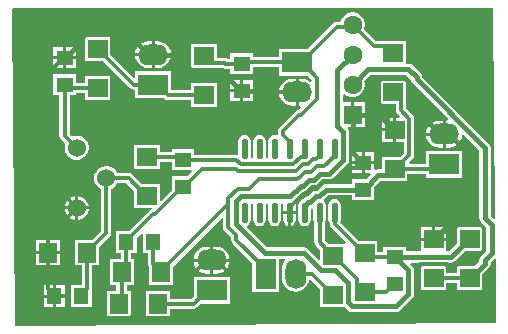
<source format=gtl>
G04*
G04 #@! TF.GenerationSoftware,Altium Limited,Altium Designer,23.11.1 (41)*
G04*
G04 Layer_Physical_Order=1*
G04 Layer_Color=255*
%FSLAX44Y44*%
%MOMM*%
G71*
G04*
G04 #@! TF.SameCoordinates,9B078A48-8F01-46FD-BB7B-D1DAEF03546D*
G04*
G04*
G04 #@! TF.FilePolarity,Positive*
G04*
G01*
G75*
%ADD17R,1.6510X1.5240*%
%ADD18R,1.3970X1.2700*%
%ADD19R,1.2700X1.3970*%
%ADD20R,1.5240X1.6510*%
%ADD21O,0.5500X1.8000*%
%ADD34C,0.4400*%
%ADD35C,0.3400*%
%ADD36O,2.5400X1.7780*%
%ADD37R,2.5400X1.7780*%
%ADD38C,1.5240*%
%ADD39C,1.6000*%
%ADD40R,1.6000X1.6000*%
%ADD41O,1.7780X2.5400*%
%ADD42R,1.7780X2.5400*%
G36*
X411831Y95005D02*
X410660Y94513D01*
X407718Y97456D01*
Y154871D01*
X407350Y156720D01*
X406302Y158288D01*
X349810Y214781D01*
X349520Y216237D01*
X348472Y217805D01*
X341630Y224647D01*
X340062Y225695D01*
X338213Y226063D01*
X335915D01*
Y245110D01*
X319618D01*
X319200Y245193D01*
X310831D01*
X300728Y255296D01*
X301370Y257692D01*
Y260468D01*
X300652Y263148D01*
X299264Y265552D01*
X297302Y267514D01*
X294898Y268902D01*
X292218Y269620D01*
X289442D01*
X286762Y268902D01*
X284358Y267514D01*
X282396Y265552D01*
X281008Y263148D01*
X280629Y261733D01*
X277730D01*
X276076Y261404D01*
X274673Y260467D01*
X252966Y238760D01*
X228600D01*
Y231653D01*
X206375D01*
Y234950D01*
X187325D01*
Y230383D01*
X184473D01*
X184322Y230484D01*
X182668Y230813D01*
X175895D01*
Y242570D01*
X154305D01*
Y222250D01*
X170602D01*
X171020Y222167D01*
X181292D01*
X181443Y222066D01*
X183097Y221737D01*
X187325D01*
Y217170D01*
X206375D01*
Y223007D01*
X228600D01*
Y215900D01*
X252966D01*
X256457Y212409D01*
Y211180D01*
X255187Y210554D01*
X253414Y211914D01*
X250634Y213066D01*
X247650Y213459D01*
X245110D01*
Y201930D01*
Y190401D01*
X246780D01*
X247306Y189131D01*
X244848Y186673D01*
X244222Y186548D01*
X242819Y185611D01*
X228882Y171674D01*
X227945Y170272D01*
X227616Y168617D01*
Y166251D01*
X227401Y165964D01*
X226770Y165461D01*
X226417Y165320D01*
X224790Y165644D01*
X222726Y165233D01*
X220976Y164064D01*
X219807Y162314D01*
X219396Y160250D01*
Y147750D01*
X219604Y146706D01*
X218755Y145617D01*
X218125D01*
X217276Y146706D01*
X217484Y147750D01*
Y160250D01*
X217073Y162314D01*
X215904Y164064D01*
X214154Y165233D01*
X212090Y165644D01*
X210026Y165233D01*
X208276Y164064D01*
X207107Y162314D01*
X206696Y160250D01*
Y147750D01*
X206904Y146706D01*
X206055Y145617D01*
X205425D01*
X204576Y146706D01*
X204784Y147750D01*
Y160250D01*
X204373Y162314D01*
X203204Y164064D01*
X201454Y165233D01*
X199390Y165644D01*
X197326Y165233D01*
X195576Y164064D01*
X194407Y162314D01*
X193996Y160250D01*
Y149801D01*
X193015Y148996D01*
X192475Y149103D01*
X156845D01*
Y153670D01*
X137795D01*
Y151643D01*
X127635D01*
Y157480D01*
X106045D01*
Y137160D01*
X127635D01*
Y142997D01*
X137795D01*
Y135890D01*
X154152D01*
X154638Y134717D01*
X150731Y130810D01*
X137795D01*
Y119144D01*
X128808Y110157D01*
X127635Y110643D01*
Y124460D01*
X112159D01*
X104276Y132343D01*
X102873Y133280D01*
X101219Y133609D01*
X91532D01*
X90426Y135524D01*
X88534Y137416D01*
X86218Y138754D01*
X83634Y139446D01*
X80958D01*
X78374Y138754D01*
X76058Y137416D01*
X74166Y135524D01*
X72828Y133208D01*
X72136Y130624D01*
Y127948D01*
X72828Y125364D01*
X74166Y123048D01*
X76058Y121156D01*
X77973Y120050D01*
Y84722D01*
X70086Y76835D01*
X55880D01*
Y55245D01*
X61717D01*
Y38735D01*
X52070D01*
Y19685D01*
X69850D01*
Y32995D01*
X70034Y33271D01*
X70363Y34925D01*
Y55245D01*
X76200D01*
Y70721D01*
X85353Y79874D01*
X86290Y81277D01*
X86619Y82931D01*
Y120050D01*
X88534Y121156D01*
X90426Y123048D01*
X91532Y124963D01*
X99428D01*
X106045Y118346D01*
Y104140D01*
X121129D01*
X121254Y102870D01*
X120583Y102737D01*
X119181Y101799D01*
X101836Y84455D01*
X90170D01*
Y65405D01*
X94737D01*
Y60325D01*
X85090D01*
Y38735D01*
X90927D01*
Y33655D01*
X82550D01*
Y12065D01*
X102870D01*
Y33655D01*
X99573D01*
Y38735D01*
X105410D01*
Y60325D01*
X103383D01*
Y65405D01*
X107950D01*
Y78341D01*
X111857Y82248D01*
X113030Y81762D01*
Y65405D01*
X117597D01*
Y56515D01*
X117926Y54861D01*
X118110Y54585D01*
Y38735D01*
X138430D01*
Y54211D01*
X179964Y95745D01*
X181137Y95259D01*
Y87980D01*
X181466Y86326D01*
X182403Y84923D01*
X188077Y79250D01*
Y76840D01*
X188406Y75186D01*
X189343Y73783D01*
X205740Y57386D01*
Y33020D01*
X228600D01*
Y60867D01*
X233312D01*
X233939Y59597D01*
X232586Y57834D01*
X231434Y55054D01*
X231041Y52070D01*
Y44450D01*
X231434Y41466D01*
X232586Y38686D01*
X234418Y36298D01*
X236806Y34466D01*
X239586Y33314D01*
X242570Y32921D01*
X245554Y33314D01*
X248334Y34466D01*
X250722Y36298D01*
X252554Y38686D01*
X253706Y41466D01*
X253906Y42984D01*
X255247Y43440D01*
X263525Y35161D01*
Y20320D01*
X284277D01*
X287354Y17243D01*
X288922Y16195D01*
X290772Y15827D01*
X327718D01*
X329568Y16195D01*
X331136Y17243D01*
X341532Y27639D01*
X342580Y29207D01*
X342948Y31057D01*
Y51140D01*
X342580Y52990D01*
X341532Y54557D01*
X339866Y56224D01*
X340352Y57397D01*
X346211D01*
X348061Y57765D01*
X348288Y57917D01*
X370532D01*
X370759Y57765D01*
X372609Y57397D01*
X374015D01*
X375864Y57765D01*
X377432Y58813D01*
X385930Y67310D01*
X400685D01*
Y87630D01*
X379095D01*
Y74145D01*
X372459Y67509D01*
X372089Y67583D01*
X370205D01*
Y76200D01*
X359410D01*
X348615D01*
Y67583D01*
X346731D01*
X344882Y67215D01*
X344654Y67063D01*
X335915D01*
Y71120D01*
X316865D01*
Y66553D01*
X311785D01*
Y76200D01*
X296309D01*
X280614Y91894D01*
X280984Y93750D01*
Y106250D01*
X280573Y108314D01*
X279404Y110064D01*
X277654Y111233D01*
X275590Y111644D01*
X273526Y111233D01*
X271776Y110064D01*
X270607Y108314D01*
X270196Y106250D01*
Y93750D01*
X270607Y91686D01*
X271756Y89967D01*
X271998Y88749D01*
X272935Y87346D01*
X285518Y74763D01*
X284825Y73660D01*
X270274D01*
X267213Y76721D01*
Y90698D01*
X267873Y91686D01*
X268284Y93750D01*
Y106250D01*
X267873Y108314D01*
X266704Y110064D01*
X266610Y111020D01*
X270137Y114547D01*
X290195D01*
Y110490D01*
X309245D01*
Y121435D01*
X314717Y126907D01*
X321605D01*
X322072Y127000D01*
X337185D01*
Y132837D01*
X353060D01*
Y129540D01*
X383540D01*
Y152400D01*
X353060D01*
Y141483D01*
X339121D01*
X338635Y142656D01*
X341942Y145963D01*
X342879Y147366D01*
X343208Y149020D01*
Y179556D01*
X342879Y181211D01*
X341942Y182613D01*
X335998Y188557D01*
Y196010D01*
X335915Y196427D01*
Y212090D01*
X314325D01*
Y191770D01*
X327352D01*
Y186766D01*
X327681Y185112D01*
X328618Y183709D01*
X330814Y181513D01*
X330328Y180340D01*
X327660D01*
Y170180D01*
Y160020D01*
X334562D01*
Y150811D01*
X331071Y147320D01*
X315595D01*
Y136573D01*
X312715D01*
X310865Y136205D01*
X310515Y135971D01*
X309245Y136650D01*
Y140970D01*
X300990D01*
Y133350D01*
X305831D01*
X306317Y132177D01*
X302410Y128270D01*
X290195D01*
Y124213D01*
X268135D01*
X266286Y123845D01*
X264718Y122797D01*
X260494Y118573D01*
X259788D01*
X257938Y118205D01*
X256370Y117157D01*
X253058Y113845D01*
X251448Y113525D01*
X249880Y112477D01*
X248763Y111360D01*
X248126Y111233D01*
X246376Y110064D01*
X245207Y108314D01*
X244796Y106250D01*
Y93750D01*
X245207Y91686D01*
X246376Y89936D01*
X248126Y88767D01*
X250190Y88356D01*
X252254Y88767D01*
X254004Y89936D01*
X255173Y91686D01*
X255584Y93750D01*
Y103348D01*
X256297Y103716D01*
X257496Y102946D01*
Y93750D01*
X257907Y91686D01*
X258567Y90698D01*
Y74930D01*
X258896Y73276D01*
X259833Y71873D01*
X263525Y68181D01*
Y60211D01*
X262352Y59725D01*
X252959Y69117D01*
X251391Y70165D01*
X249542Y70533D01*
X218850D01*
X201752Y87630D01*
X202028Y89150D01*
X203204Y89936D01*
X204373Y91686D01*
X204784Y93750D01*
Y106250D01*
X204569Y107331D01*
X205412Y108396D01*
X206057Y108379D01*
X206900Y107276D01*
X206696Y106250D01*
Y93750D01*
X207107Y91686D01*
X208276Y89936D01*
X210026Y88767D01*
X212090Y88356D01*
X214154Y88767D01*
X215904Y89936D01*
X217073Y91686D01*
X217484Y93750D01*
Y106250D01*
X217281Y107269D01*
X218135Y108362D01*
X218745D01*
X219599Y107269D01*
X219396Y106250D01*
Y93750D01*
X219807Y91686D01*
X220976Y89936D01*
X222726Y88767D01*
X224790Y88356D01*
X226854Y88767D01*
X228604Y89936D01*
X229773Y91686D01*
X230184Y93750D01*
Y106250D01*
X229981Y107269D01*
X230835Y108362D01*
X231445D01*
X232299Y107269D01*
X232096Y106250D01*
Y101270D01*
X242884D01*
Y106250D01*
X242473Y108314D01*
X241304Y110064D01*
X242084Y111009D01*
X248353Y117278D01*
X248674Y117342D01*
X249237Y117718D01*
X250530Y117975D01*
X252098Y119023D01*
X256123Y123047D01*
X258420D01*
X260270Y123415D01*
X261838Y124463D01*
X265302Y127927D01*
X271192D01*
X273042Y128295D01*
X274610Y129343D01*
X286497Y141230D01*
X287545Y142798D01*
X287913Y144648D01*
Y167927D01*
X287545Y169776D01*
X286680Y171070D01*
X287119Y172340D01*
X289560D01*
Y182880D01*
Y193420D01*
X282923D01*
Y199622D01*
X284096Y200108D01*
X284358Y199846D01*
X286762Y198458D01*
X289442Y197740D01*
X292218D01*
X294898Y198458D01*
X297302Y199846D01*
X299264Y201808D01*
X300652Y204212D01*
X301370Y206892D01*
Y209668D01*
X300880Y211495D01*
X305782Y216397D01*
X336211D01*
X340300Y212308D01*
X340590Y210851D01*
X341638Y209283D01*
X371752Y179169D01*
X371226Y177899D01*
X369570D01*
Y166370D01*
Y154841D01*
X372110D01*
X375094Y155234D01*
X377874Y156386D01*
X380262Y158218D01*
X382094Y160606D01*
X383246Y163386D01*
X383536Y165589D01*
X384877Y166044D01*
X398052Y152869D01*
Y95454D01*
X398420Y93604D01*
X399468Y92036D01*
X403992Y87512D01*
Y67428D01*
X399468Y62904D01*
X398420Y61336D01*
X398052Y59486D01*
Y58812D01*
X393850Y54610D01*
X379095D01*
Y48773D01*
X370205D01*
Y54610D01*
X348615D01*
Y34290D01*
X370205D01*
Y40127D01*
X379095D01*
Y34290D01*
X400685D01*
Y47775D01*
X406302Y53393D01*
X407350Y54960D01*
X407718Y56810D01*
Y57484D01*
X410974Y60741D01*
X412150Y60260D01*
X412636Y7277D01*
X411745Y6372D01*
X5092Y3900D01*
X2631Y272089D01*
X3525Y272991D01*
X410198D01*
X411831Y95005D01*
D02*
G37*
%LPC*%
G36*
X125730Y245209D02*
X123190D01*
Y234950D01*
X137091D01*
X136866Y236664D01*
X135714Y239444D01*
X133882Y241832D01*
X131494Y243664D01*
X128714Y244816D01*
X125730Y245209D01*
D02*
G37*
G36*
X120650D02*
X118110D01*
X115126Y244816D01*
X112346Y243664D01*
X109958Y241832D01*
X108126Y239444D01*
X106974Y236664D01*
X106749Y234950D01*
X120650D01*
Y245209D01*
D02*
G37*
G36*
X56515Y240030D02*
X48260D01*
Y232410D01*
X56515D01*
Y240030D01*
D02*
G37*
G36*
X45720D02*
X37465D01*
Y232410D01*
X45720D01*
Y240030D01*
D02*
G37*
G36*
X56515Y229870D02*
X48260D01*
Y222250D01*
X56515D01*
Y229870D01*
D02*
G37*
G36*
X45720D02*
X37465D01*
Y222250D01*
X45720D01*
Y229870D01*
D02*
G37*
G36*
X137091Y232410D02*
X123190D01*
Y222151D01*
X125730D01*
X128714Y222544D01*
X131494Y223696D01*
X133882Y225528D01*
X135714Y227916D01*
X136866Y230696D01*
X137091Y232410D01*
D02*
G37*
G36*
X120650D02*
X106749D01*
X106974Y230696D01*
X108126Y227916D01*
X109958Y225528D01*
X112346Y223696D01*
X115126Y222544D01*
X118110Y222151D01*
X120650D01*
Y232410D01*
D02*
G37*
G36*
X206375Y212090D02*
X198120D01*
Y204470D01*
X206375D01*
Y212090D01*
D02*
G37*
G36*
X195580D02*
X187325D01*
Y204470D01*
X195580D01*
Y212090D01*
D02*
G37*
G36*
X242570Y213459D02*
X240030D01*
X237046Y213066D01*
X234266Y211914D01*
X231878Y210082D01*
X230046Y207694D01*
X228894Y204914D01*
X228669Y203200D01*
X242570D01*
Y213459D01*
D02*
G37*
G36*
X56515Y217170D02*
X37465D01*
Y199390D01*
X42667D01*
Y165100D01*
X42996Y163446D01*
X43933Y162043D01*
X47562Y158414D01*
X46990Y156278D01*
Y153602D01*
X47682Y151018D01*
X49020Y148702D01*
X50912Y146810D01*
X53228Y145472D01*
X55812Y144780D01*
X58488D01*
X61072Y145472D01*
X63388Y146810D01*
X65280Y148702D01*
X66618Y151018D01*
X67310Y153602D01*
Y156278D01*
X66618Y158862D01*
X65280Y161178D01*
X63388Y163070D01*
X61072Y164408D01*
X58488Y165100D01*
X55812D01*
X53676Y164528D01*
X51313Y166891D01*
Y199390D01*
X56515D01*
Y201417D01*
X64135D01*
Y195580D01*
X85725D01*
Y215900D01*
X64135D01*
Y210063D01*
X56515D01*
Y217170D01*
D02*
G37*
G36*
X206375Y201930D02*
X198120D01*
Y194310D01*
X206375D01*
Y201930D01*
D02*
G37*
G36*
X195580D02*
X187325D01*
Y194310D01*
X195580D01*
Y201930D01*
D02*
G37*
G36*
X242570Y200660D02*
X228669D01*
X228894Y198946D01*
X230046Y196166D01*
X231878Y193778D01*
X234266Y191946D01*
X237046Y190794D01*
X240030Y190401D01*
X242570D01*
Y200660D01*
D02*
G37*
G36*
X85725Y248920D02*
X64135D01*
Y228600D01*
X78976D01*
X102353Y205223D01*
X103756Y204286D01*
X105410Y203957D01*
X106680D01*
Y196850D01*
X131046D01*
X131563Y196333D01*
X132966Y195396D01*
X134620Y195067D01*
X154305D01*
Y189230D01*
X175895D01*
Y209550D01*
X154305D01*
Y203713D01*
X137160D01*
Y219710D01*
X106680D01*
Y214783D01*
X105507Y214297D01*
X85725Y234079D01*
Y248920D01*
D02*
G37*
G36*
X301370Y193420D02*
X292100D01*
Y184150D01*
X301370D01*
Y193420D01*
D02*
G37*
G36*
Y181610D02*
X292100D01*
Y172340D01*
X301370D01*
Y181610D01*
D02*
G37*
G36*
X325120Y180340D02*
X315595D01*
Y171450D01*
X325120D01*
Y180340D01*
D02*
G37*
G36*
X367030Y177899D02*
X364490D01*
X361506Y177506D01*
X358726Y176354D01*
X356338Y174522D01*
X354506Y172134D01*
X353354Y169354D01*
X353129Y167640D01*
X367030D01*
Y177899D01*
D02*
G37*
G36*
X325120Y168910D02*
X315595D01*
Y160020D01*
X325120D01*
Y168910D01*
D02*
G37*
G36*
X367030Y165100D02*
X353129D01*
X353354Y163386D01*
X354506Y160606D01*
X356338Y158218D01*
X358726Y156386D01*
X361506Y155234D01*
X364490Y154841D01*
X367030D01*
Y165100D01*
D02*
G37*
G36*
X309245Y151130D02*
X300990D01*
Y143510D01*
X309245D01*
Y151130D01*
D02*
G37*
G36*
X298450D02*
X290195D01*
Y143510D01*
X298450D01*
Y151130D01*
D02*
G37*
G36*
Y140970D02*
X290195D01*
Y133350D01*
X298450D01*
Y140970D01*
D02*
G37*
G36*
X58742Y114046D02*
X58674D01*
Y105156D01*
X67564D01*
Y105224D01*
X66872Y107808D01*
X65534Y110124D01*
X63642Y112016D01*
X61326Y113354D01*
X58742Y114046D01*
D02*
G37*
G36*
X56134D02*
X56066D01*
X53482Y113354D01*
X51166Y112016D01*
X49274Y110124D01*
X47936Y107808D01*
X47244Y105224D01*
Y105156D01*
X56134D01*
Y114046D01*
D02*
G37*
G36*
X67564Y102616D02*
X58674D01*
Y93726D01*
X58742D01*
X61326Y94418D01*
X63642Y95756D01*
X65534Y97648D01*
X66872Y99964D01*
X67564Y102548D01*
Y102616D01*
D02*
G37*
G36*
X56134D02*
X47244D01*
Y102548D01*
X47936Y99964D01*
X49274Y97648D01*
X51166Y95756D01*
X53482Y94418D01*
X56066Y93726D01*
X56134D01*
Y102616D01*
D02*
G37*
G36*
X242884Y98730D02*
X238760D01*
Y88609D01*
X239554Y88767D01*
X241304Y89936D01*
X242473Y91686D01*
X242884Y93750D01*
Y98730D01*
D02*
G37*
G36*
X236220D02*
X232096D01*
Y93750D01*
X232507Y91686D01*
X233676Y89936D01*
X235426Y88767D01*
X236220Y88609D01*
Y98730D01*
D02*
G37*
G36*
X370205Y87630D02*
X360680D01*
Y78740D01*
X370205D01*
Y87630D01*
D02*
G37*
G36*
X358140D02*
X348615D01*
Y78740D01*
X358140D01*
Y87630D01*
D02*
G37*
G36*
X43180Y76835D02*
X34290D01*
Y67310D01*
X43180D01*
Y76835D01*
D02*
G37*
G36*
X31750D02*
X22860D01*
Y67310D01*
X31750D01*
Y76835D01*
D02*
G37*
G36*
X175260Y71219D02*
X172720D01*
Y60960D01*
X186621D01*
X186396Y62674D01*
X185244Y65454D01*
X183412Y67842D01*
X181024Y69674D01*
X178244Y70826D01*
X175260Y71219D01*
D02*
G37*
G36*
X170180D02*
X167640D01*
X164656Y70826D01*
X161876Y69674D01*
X159488Y67842D01*
X157656Y65454D01*
X156504Y62674D01*
X156279Y60960D01*
X170180D01*
Y71219D01*
D02*
G37*
G36*
X43180Y64770D02*
X34290D01*
Y55245D01*
X43180D01*
Y64770D01*
D02*
G37*
G36*
X31750D02*
X22860D01*
Y55245D01*
X31750D01*
Y64770D01*
D02*
G37*
G36*
X186621Y58420D02*
X172720D01*
Y48161D01*
X175260D01*
X178244Y48554D01*
X181024Y49706D01*
X183412Y51538D01*
X185244Y53926D01*
X186396Y56706D01*
X186621Y58420D01*
D02*
G37*
G36*
X170180D02*
X156279D01*
X156504Y56706D01*
X157656Y53926D01*
X159488Y51538D01*
X161876Y49706D01*
X164656Y48554D01*
X167640Y48161D01*
X170180D01*
Y58420D01*
D02*
G37*
G36*
X46990Y38735D02*
X39370D01*
Y30480D01*
X46990D01*
Y38735D01*
D02*
G37*
G36*
X36830D02*
X29210D01*
Y30480D01*
X36830D01*
Y38735D01*
D02*
G37*
G36*
X186690Y45720D02*
X156210D01*
Y28974D01*
X154419Y27183D01*
X135890D01*
Y33655D01*
X115570D01*
Y12065D01*
X135890D01*
Y18537D01*
X156210D01*
X157864Y18866D01*
X159267Y19803D01*
X162324Y22860D01*
X186690D01*
Y45720D01*
D02*
G37*
G36*
X46990Y27940D02*
X39370D01*
Y19685D01*
X46990D01*
Y27940D01*
D02*
G37*
G36*
X36830D02*
X29210D01*
Y19685D01*
X36830D01*
Y27940D01*
D02*
G37*
%LPD*%
D17*
X165100Y232410D02*
D03*
Y199390D02*
D03*
X74930Y238760D02*
D03*
Y205740D02*
D03*
X359410Y44450D02*
D03*
Y77470D02*
D03*
X389890D02*
D03*
Y44450D02*
D03*
X274320Y63500D02*
D03*
Y30480D02*
D03*
X300990Y33020D02*
D03*
Y66040D02*
D03*
X325120Y201930D02*
D03*
Y234950D02*
D03*
X116840Y147320D02*
D03*
Y114300D02*
D03*
X326390Y137160D02*
D03*
Y170180D02*
D03*
D18*
X196850Y203200D02*
D03*
Y226060D02*
D03*
X46990Y231140D02*
D03*
Y208280D02*
D03*
X147320Y144780D02*
D03*
Y121920D02*
D03*
X326390Y39370D02*
D03*
Y62230D02*
D03*
X299720Y142240D02*
D03*
Y119380D02*
D03*
D19*
X121920Y74930D02*
D03*
X99060D02*
D03*
X38100Y29210D02*
D03*
X60960D02*
D03*
D20*
X92710Y22860D02*
D03*
X125730D02*
D03*
X128270Y49530D02*
D03*
X95250D02*
D03*
X66040Y66040D02*
D03*
X33020D02*
D03*
D21*
X275590Y154000D02*
D03*
X262890D02*
D03*
X250190D02*
D03*
X237490D02*
D03*
X224790D02*
D03*
X212090D02*
D03*
X199390D02*
D03*
X275590Y100000D02*
D03*
X262890D02*
D03*
X250190D02*
D03*
X237490D02*
D03*
X224790D02*
D03*
X212090D02*
D03*
X199390D02*
D03*
D34*
X365965Y83390D02*
X385740Y103165D01*
X372609Y62230D02*
X374015D01*
X327025D02*
X346211D01*
X346731Y62750D02*
X372089D01*
X372609Y62230D01*
X402885Y56810D02*
Y59486D01*
Y95454D02*
X408825Y89514D01*
X402885Y95454D02*
Y154871D01*
Y59486D02*
X408825Y65426D01*
Y89514D01*
X346211Y62230D02*
X346731Y62750D01*
X374015Y62230D02*
X389255Y77470D01*
X389890Y44450D02*
X390525D01*
X402885Y56810D01*
X338115Y31057D02*
Y51140D01*
X327025Y62230D02*
X338115Y51140D01*
X290772Y20660D02*
X327718D01*
X338115Y31057D01*
X250190Y100000D02*
Y105952D01*
X253298Y109060D01*
X255108D02*
X259788Y113740D01*
X262495D01*
X237980D02*
X246047Y121807D01*
X246825D01*
X263300Y132760D02*
X271192D01*
X247458Y122440D02*
X248681D01*
X254121Y127880D01*
X253298Y109060D02*
X255108D01*
X262495Y113740D02*
X268135Y119380D01*
X254121Y127880D02*
X258420D01*
X271192Y132760D02*
X283080Y144648D01*
X206102Y113740D02*
X237980D01*
X268135Y119380D02*
X299720D01*
X258420Y127880D02*
X263300Y132760D01*
X246825Y121807D02*
X247458Y122440D01*
X299720Y119380D02*
X300355D01*
X283080Y144648D02*
Y167927D01*
X300355Y119380D02*
X312715Y131740D01*
X321605D01*
X327025Y137160D01*
X191900Y90648D02*
X216848Y65700D01*
X191900Y90648D02*
Y109352D01*
X196288Y113740D01*
X216848Y65700D02*
X249542D01*
X314902Y214290D02*
X335338D01*
X338115Y192745D02*
Y211513D01*
X303780Y221230D02*
X338213D01*
X335338Y214290D02*
X338115Y211513D01*
X338213Y221230D02*
X345055Y214388D01*
X312125Y211513D02*
X314902Y214290D01*
X290830Y208280D02*
X303780Y221230D01*
X278090Y172917D02*
Y220940D01*
X290830Y150495D02*
X299085Y142240D01*
X290830Y150495D02*
Y182880D01*
X313055D02*
X320335Y175600D01*
X312125Y192347D02*
X315591Y188881D01*
X312125Y192347D02*
Y211513D01*
X320335Y175600D02*
Y185415D01*
X325755Y170180D02*
X326390D01*
X315591Y188881D02*
X316869D01*
X320335Y175600D02*
X325755Y170180D01*
X345055Y212701D02*
Y214388D01*
X338115Y192745D02*
X364490Y166370D01*
X345055Y212701D02*
X402885Y154871D01*
X316869Y188881D02*
X320335Y185415D01*
X364490Y166370D02*
X368300D01*
X290830Y182880D02*
X313055D01*
X196215Y203200D02*
X196850D01*
X179365Y220050D02*
X196215Y203200D01*
X154882Y220050D02*
X179365D01*
X141252Y233680D02*
X154882Y220050D01*
X121920Y233680D02*
X141252D01*
X47625Y231140D02*
X58243Y241758D01*
Y244652D01*
X64712Y251120D01*
X100670D02*
X118110Y233680D01*
X121920D01*
X46990Y231140D02*
X47625D01*
X64712Y251120D02*
X100670D01*
X326390Y62230D02*
X327025D01*
X287315Y24117D02*
X290772Y20660D01*
X287315Y24117D02*
Y40063D01*
X276238Y51140D02*
X287315Y40063D01*
X264102Y51140D02*
X276238D01*
X249542Y65700D02*
X264102Y51140D01*
X196288Y113740D02*
X206102D01*
X206102Y113740D01*
X278090Y172917D02*
X283080Y167927D01*
X278090Y220940D02*
X290830Y233680D01*
X372110Y166370D02*
X385740Y152740D01*
X368300Y166370D02*
X372110D01*
X385740Y103165D02*
Y152740D01*
X389255Y77470D02*
X389890D01*
D35*
X365965Y83390D02*
X373939D01*
X365330D02*
X365965D01*
X220730Y14220D02*
X330386D01*
X175260Y59690D02*
X220730Y14220D01*
X379359Y55790D02*
X379879Y56310D01*
Y89330D02*
X399901D01*
X373939Y83390D02*
X379879Y89330D01*
X330386Y14220D02*
X344555Y28389D01*
X399901Y89330D02*
X402385Y86846D01*
X379879Y56310D02*
X390601D01*
X359410Y77470D02*
X365330Y83390D01*
X369941Y55790D02*
X379359D01*
X369421Y56310D02*
X369941Y55790D01*
X349399Y56310D02*
X369421D01*
X171450Y59690D02*
X175260D01*
X275992Y90403D02*
X300355Y66040D01*
X390601Y56310D02*
X402385Y68094D01*
X344555Y51466D02*
X349399Y56310D01*
X344555Y28389D02*
Y51466D01*
X402385Y68094D02*
Y86846D01*
X359410Y44450D02*
X389890D01*
X156210Y22860D02*
X167640Y34290D01*
X171450D01*
X125730Y22860D02*
X156210D01*
X198120Y201930D02*
X243840D01*
X196850Y203200D02*
X198120Y201930D01*
X240030Y227330D02*
X247650D01*
X260780Y196491D02*
Y214200D01*
X247650Y227330D02*
X260780Y214200D01*
X245876Y182554D02*
X246843D01*
X260780Y196491D01*
X231939Y168617D02*
X245876Y182554D01*
X231939Y165801D02*
Y168617D01*
X236804Y154686D02*
Y160936D01*
X231939Y165801D02*
X236804Y160936D01*
Y154686D02*
X237490Y154000D01*
X50370Y20469D02*
Y27218D01*
Y20469D02*
X60474Y10365D01*
X102086D01*
X38100Y29210D02*
X48378D01*
X102086Y10365D02*
X110060Y18339D01*
Y29061D01*
X118034Y37035D01*
X144985D01*
X48378Y29210D02*
X50370Y27218D01*
X144985Y37035D02*
X167640Y59690D01*
X171450D01*
X35765Y125525D02*
X57404Y103886D01*
X35765Y125525D02*
Y220550D01*
X46355Y231140D01*
X46990D01*
X33020Y66040D02*
Y79502D01*
X57404Y103886D01*
X261088Y121440D02*
X265968Y126320D01*
X294435Y137590D02*
X299085Y142240D01*
X249625Y115500D02*
X250848D01*
X256788Y121440D02*
X261088D01*
X238460Y106652D02*
X239999D01*
X247087Y113740D01*
X237490Y105682D02*
X238460Y106652D01*
X247087Y113740D02*
X247865D01*
X259712Y145140D02*
X262890Y148318D01*
X250848Y115500D02*
X256788Y121440D01*
X255753Y134320D02*
X260633Y139200D01*
X250746Y134320D02*
X255753D01*
X237490Y100000D02*
Y105682D01*
X257465Y145140D02*
X259712D01*
X253085Y140760D02*
X257465Y145140D01*
X245306Y128880D02*
X250746Y134320D01*
X244790Y128880D02*
X245306D01*
X247865Y113740D02*
X249625Y115500D01*
X265968Y126320D02*
X274100D01*
X285370Y137590D02*
X294435D01*
X244157Y128247D02*
X244790Y128880D01*
X262890Y148318D02*
Y154000D01*
X211501Y128247D02*
X244157D01*
X260633Y139200D02*
X267040D01*
X248786Y140760D02*
X253085D01*
X274100Y126320D02*
X285370Y137590D01*
X267040Y139200D02*
X275590Y147750D01*
X242846Y134820D02*
X248786Y140760D01*
X194034Y134820D02*
X242846D01*
X240385Y140760D02*
X246973Y147348D01*
X196495Y140760D02*
X240385D01*
X275590Y147750D02*
Y154000D01*
X192400Y76840D02*
Y81040D01*
X185460Y87980D02*
X192400Y81040D01*
Y76840D02*
X217170Y52070D01*
X185460Y87980D02*
Y107355D01*
X128270Y50165D02*
X185460Y107355D01*
Y112020D01*
X193620Y120180D01*
X217170Y48260D02*
Y52070D01*
X289160Y257410D02*
X290830Y259080D01*
X277730Y257410D02*
X289160D01*
X247650Y227330D02*
X277730Y257410D01*
X290830Y259080D02*
X309040Y240870D01*
X319200D01*
X338885Y149020D02*
Y179556D01*
X327025Y137160D02*
X338885Y149020D01*
X331675Y186766D02*
X338885Y179556D01*
X165100Y232410D02*
X171020Y226490D01*
X182668D01*
X183097Y226060D01*
X196850D01*
X203435Y120180D02*
X211501Y128247D01*
X193620Y120180D02*
X203435D01*
X327025Y137160D02*
X364490D01*
X368300Y140970D01*
X325120Y201930D02*
X325755D01*
X331675Y196010D01*
Y186766D02*
Y196010D01*
X300990Y66040D02*
X304800Y62230D01*
X326390D01*
X300990Y33020D02*
X319405D01*
X325755Y39370D01*
X326390D01*
X300355Y66040D02*
X300990D01*
X275992Y90403D02*
Y99598D01*
X275590Y100000D02*
X275992Y99598D01*
X128270Y49530D02*
Y50165D01*
X274955Y63500D02*
X294435Y44020D01*
Y38940D02*
X300355Y33020D01*
X300990D01*
X274320Y63500D02*
X274955D01*
X294435Y38940D02*
Y44020D01*
X262890Y74930D02*
X267765Y70055D01*
X273685Y63500D02*
X274320D01*
X267765Y69420D02*
X273685Y63500D01*
X267765Y69420D02*
Y70055D01*
X262890Y74930D02*
Y100000D01*
X267765Y36400D02*
Y37035D01*
Y36400D02*
X273685Y30480D01*
X274320D01*
X242570Y48260D02*
X256540D01*
X267765Y37035D01*
X121920Y56515D02*
X128270Y50165D01*
X121920Y56515D02*
Y74930D01*
X99060Y75565D02*
X122238Y98743D01*
X99060Y74930D02*
Y75565D01*
X122238Y98743D02*
X123507D01*
X146685Y121920D01*
X147320D01*
X92710Y22860D02*
X95250Y25400D01*
Y49530D01*
X99060Y53340D02*
Y74930D01*
X95250Y49530D02*
X99060Y53340D01*
X246973Y147348D02*
X249220D01*
X192475Y144780D02*
X196495Y140760D01*
X250190Y148318D02*
Y154000D01*
X147320Y144780D02*
X192475D01*
X162994Y136959D02*
X191895D01*
X194034Y134820D01*
X249220Y147348D02*
X250190Y148318D01*
X147955Y121920D02*
X162994Y136959D01*
X147320Y121920D02*
X147955D01*
X116840Y147320D02*
X144780D01*
X147320Y144780D01*
X82296Y129286D02*
X101219D01*
X116205Y114300D01*
X116840D01*
X66040Y66675D02*
X82296Y82931D01*
Y129286D01*
X66040Y66040D02*
Y66675D01*
X60960Y29845D02*
X66040Y34925D01*
Y66040D01*
X60960Y29210D02*
Y29845D01*
X33020Y34925D02*
X38100Y29845D01*
Y29210D02*
Y29845D01*
X33020Y34925D02*
Y66040D01*
X46990Y165100D02*
X57150Y154940D01*
X46990Y165100D02*
Y208280D01*
X49530Y205740D02*
X74930D01*
X46990Y208280D02*
X49530Y205740D01*
X81485Y232205D02*
X105410Y208280D01*
X75565Y238760D02*
X81485Y232840D01*
X105410Y208280D02*
X121920D01*
X81485Y232205D02*
Y232840D01*
X74930Y238760D02*
X75565D01*
X125730Y208280D02*
X134620Y199390D01*
X165100D01*
X121920Y208280D02*
X125730D01*
X240030Y227330D02*
X243840D01*
X198120D02*
X240030D01*
X196850Y226060D02*
X198120Y227330D01*
X319200Y240870D02*
X325120Y234950D01*
X243840Y227330D02*
X247650D01*
D36*
X243840Y201930D02*
D03*
X121920Y233680D02*
D03*
X171450Y59690D02*
D03*
X368300Y166370D02*
D03*
D37*
X243840Y227330D02*
D03*
X121920Y208280D02*
D03*
X171450Y34290D02*
D03*
X368300Y140970D02*
D03*
D38*
X57150Y154940D02*
D03*
X82296Y129286D02*
D03*
X57404Y103886D02*
D03*
D39*
X290830Y259080D02*
D03*
Y233680D02*
D03*
Y208280D02*
D03*
D40*
Y182880D02*
D03*
D41*
X242570Y48260D02*
D03*
D42*
X217170D02*
D03*
M02*

</source>
